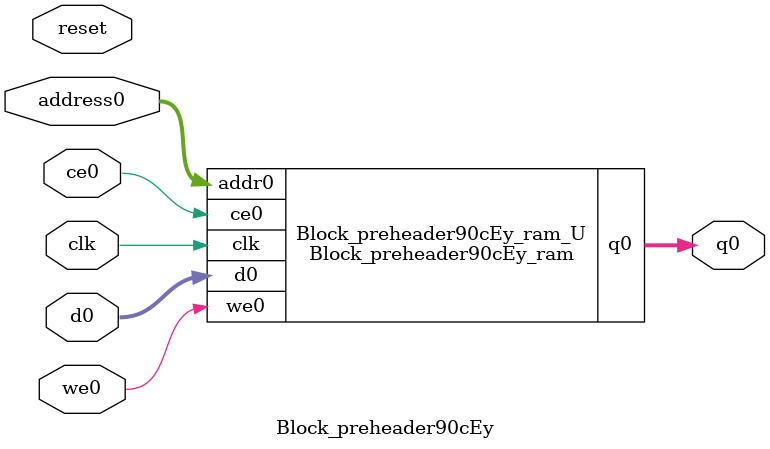
<source format=v>
`timescale 1 ns / 1 ps
module Block_preheader90cEy_ram (addr0, ce0, d0, we0, q0,  clk);

parameter DWIDTH = 4;
parameter AWIDTH = 10;
parameter MEM_SIZE = 924;

input[AWIDTH-1:0] addr0;
input ce0;
input[DWIDTH-1:0] d0;
input we0;
output reg[DWIDTH-1:0] q0;
input clk;

(* ram_style = "block" *)reg [DWIDTH-1:0] ram[0:MEM_SIZE-1];




always @(posedge clk)  
begin 
    if (ce0) begin
        if (we0) 
            ram[addr0] <= d0; 
        q0 <= ram[addr0];
    end
end


endmodule

`timescale 1 ns / 1 ps
module Block_preheader90cEy(
    reset,
    clk,
    address0,
    ce0,
    we0,
    d0,
    q0);

parameter DataWidth = 32'd4;
parameter AddressRange = 32'd924;
parameter AddressWidth = 32'd10;
input reset;
input clk;
input[AddressWidth - 1:0] address0;
input ce0;
input we0;
input[DataWidth - 1:0] d0;
output[DataWidth - 1:0] q0;



Block_preheader90cEy_ram Block_preheader90cEy_ram_U(
    .clk( clk ),
    .addr0( address0 ),
    .ce0( ce0 ),
    .we0( we0 ),
    .d0( d0 ),
    .q0( q0 ));

endmodule


</source>
